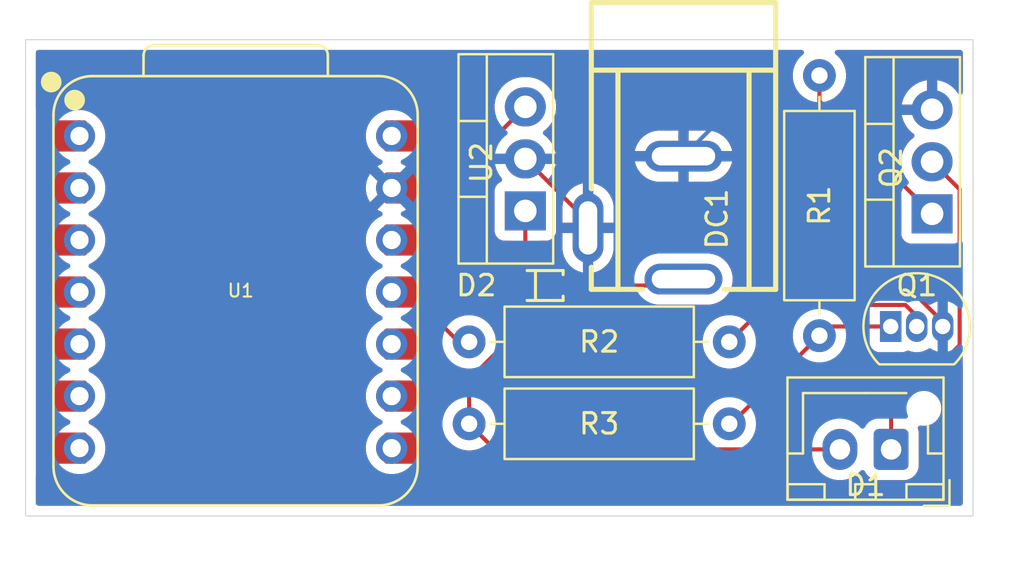
<source format=kicad_pcb>
(kicad_pcb (version 20241229) (generator "pcbnew") (generator_version "9.0")
  (title_block (comment 4 "AISLER Project ID: GMKKCIYM"))
  (layers (0 "F.Cu" signal) (2 "B.Cu" signal) (13 "F.Paste" user) (15 "B.Paste" user) (5 "F.SilkS" user "F.Silkscreen") (7 "B.SilkS" user "B.Silkscreen") (1 "F.Mask" user) (3 "B.Mask" user) (25 "Edge.Cuts" user))
  (net 0 "")
  (net 1 "VCC")
  (net 2 "+5V")
  (net 3 "Net-(Q1-G)")
  (net 4 "GND")
  (net 5 "Net-(D1-K)")
  (net 6 "Net-(U1-GPIO10{slash}D10{slash}MOSI)")
  (net 18 "Net-(D2-A)")
  (net 19 "Net-(Q2-G)")
  (net 20 "Net-(Q1-D)")
  (footprint "Seeed Studio XIAO Series Library:XIAO-ESP32C3-DIP" (layer "F.Cu") (at 84.12 63.8185)
    (property "Reference" "U1" (at 0.13 -0.0685 0) (layer "F.SilkS") (effects (font (size 0.635 0.635) (thickness 0.1016))))
    (property "Value" "XIAO-ESP32-C3-DIP")
    (fp_line (start -9.01 8.509) (end -9.01 -8.636) (stroke (width 0.127)) (layer "F.SilkS"))
    (fp_line (start -7.105 10.414) (end 6.865 10.414) (stroke (width 0.127)) (layer "F.SilkS"))
    (fp_line (start -4.615 -10.541) (end -4.611272 -11.551272) (stroke (width 0.127)) (layer "F.SilkS"))
    (fp_line (start -4.111272 -12.051) (end 3.884 -12.051) (stroke (width 0.127)) (layer "F.SilkS"))
    (fp_line (start 4.384 -11.551) (end 4.384 -10.541) (stroke (width 0.127)) (layer "F.SilkS"))
    (fp_line (start 6.865 -10.541) (end -7.105 -10.541) (stroke (width 0.1)) (layer "F.SilkS"))
    (fp_line (start 6.865 -10.541) (end -7.105 -10.541) (stroke (width 0.127)) (layer "F.SilkS"))
    (fp_line (start 8.77 8.509) (end 8.77 -8.636) (stroke (width 0.127)) (layer "F.SilkS"))
    (fp_arc (start -9.01 -8.636) (mid -8.452038 -9.983038) (end -7.105 -10.541) (stroke (width 0.127)) (layer "F.SilkS"))
    (fp_arc (start -7.105 10.414) (mid -8.452038 9.856038) (end -9.01 8.509) (stroke (width 0.127)) (layer "F.SilkS"))
    (fp_arc (start -4.611272 -11.551272) (mid -4.464728 -11.90464) (end -4.111272 -12.051) (stroke (width 0.127)) (layer "F.SilkS"))
    (fp_arc (start 3.884 -12.051) (mid 4.237553 -11.904553) (end 4.384 -11.551) (stroke (width 0.127)) (layer "F.SilkS"))
    (fp_arc (start 6.865 -10.541) (mid 8.212038 -9.983038) (end 8.77 -8.636) (stroke (width 0.127)) (layer "F.SilkS"))
    (fp_arc (start 8.77 8.509) (mid 8.212038 9.856038) (end 6.865 10.414) (stroke (width 0.127)) (layer "F.SilkS"))
    (fp_circle (center -9.12 -10.25) (end -9.12 -10.504) (stroke (width 0.5)) (fill yes) (layer "F.SilkS"))
    (fp_circle (center -7.977 -9.37) (end -7.977 -9.624) (stroke (width 0.5)) (fill yes) (layer "F.SilkS"))
    (pad "1" smd roundrect (at -8.575 -7.62 180) (size 2.432 1.524) (layers "F.Cu" "F.Mask") (roundrect_rratio 0.1))
    (pad "1" thru_hole circle (at -7.74 -7.62 180) (size 1.524 1.524) (drill 0.889) (layers "*.Cu" "*.Mask"))
    (pad "2" smd roundrect (at -8.575 -5.08 180) (size 2.432 1.524) (layers "F.Cu" "F.Mask") (roundrect_rratio 0.1))
    (pad "2" thru_hole circle (at -7.74 -5.08 180) (size 1.524 1.524) (drill 0.889) (layers "*.Cu" "*.Mask"))
    (pad "3" smd roundrect (at -8.575 -2.54 180) (size 2.432 1.524) (layers "F.Cu" "F.Mask") (roundrect_rratio 0.1))
    (pad "3" thru_hole circle (at -7.74 -2.54 180) (size 1.524 1.524) (drill 0.889) (layers "*.Cu" "*.Mask"))
    (pad "4" smd roundrect (at -8.575 0 180) (size 2.432 1.524) (layers "F.Cu" "F.Mask") (roundrect_rratio 0.1))
    (pad "4" thru_hole circle (at -7.74 0 180) (size 1.524 1.524) (drill 0.889) (layers "*.Cu" "*.Mask"))
    (pad "5" smd roundrect (at -8.575 2.54 180) (size 2.432 1.524) (layers "F.Cu" "F.Mask") (roundrect_rratio 0.1))
    (pad "5" thru_hole circle (at -7.74 2.54 180) (size 1.524 1.524) (drill 0.889) (layers "*.Cu" "*.Mask"))
    (pad "6" smd roundrect (at -8.575 5.08 180) (size 2.432 1.524) (layers "F.Cu" "F.Mask") (roundrect_rratio 0.1))
    (pad "6" thru_hole circle (at -7.74 5.08 180) (size 1.524 1.524) (drill 0.889) (layers "*.Cu" "*.Mask"))
    (pad "7" smd roundrect (at -8.575 7.62 180) (size 2.432 1.524) (layers "F.Cu" "F.Mask") (roundrect_rratio 0.1))
    (pad "7" thru_hole circle (at -7.74 7.62 180) (size 1.524 1.524) (drill 0.889) (layers "*.Cu" "*.Mask"))
    (pad "8" thru_hole circle (at 7.5 7.62) (size 1.524 1.524) (drill 0.889) (layers "*.Cu" "*.Mask"))
    (pad "8" smd roundrect (at 8.335 7.62) (size 2.432 1.524) (layers "F.Cu" "F.Mask") (roundrect_rratio 0.1))
    (pad "9" thru_hole circle (at 7.5 5.08) (size 1.524 1.524) (drill 0.889) (layers "*.Cu" "*.Mask"))
    (pad "9" smd roundrect (at 8.335 5.08) (size 2.432 1.524) (layers "F.Cu" "F.Mask") (roundrect_rratio 0.1))
    (pad "10" thru_hole circle (at 7.5 2.54) (size 1.524 1.524) (drill 0.889) (layers "*.Cu" "*.Mask"))
    (pad "10" smd roundrect (at 8.335 2.54) (size 2.432 1.524) (layers "F.Cu" "F.Mask") (roundrect_rratio 0.1))
    (pad "11" thru_hole circle (at 7.5 0) (size 1.524 1.524) (drill 0.889) (layers "*.Cu" "*.Mask") (net 6 "Net-(U1-GPIO10{slash}D10{slash}MOSI)"))
    (pad "11" smd roundrect (at 8.335 0) (size 2.432 1.524) (layers "F.Cu" "F.Mask") (roundrect_rratio 0.1) (net 6 "Net-(U1-GPIO10{slash}D10{slash}MOSI)"))
    (pad "12" thru_hole circle (at 7.5 -2.54) (size 1.524 1.524) (drill 0.889) (layers "*.Cu" "*.Mask"))
    (pad "12" smd roundrect (at 8.335 -2.54) (size 2.432 1.524) (layers "F.Cu" "F.Mask") (roundrect_rratio 0.1))
    (pad "13" thru_hole circle (at 7.5 -5.08) (size 1.524 1.524) (drill 0.889) (layers "*.Cu" "*.Mask") (net 4 "GND"))
    (pad "13" smd roundrect (at 8.335 -5.08) (size 2.432 1.524) (layers "F.Cu" "F.Mask") (roundrect_rratio 0.1) (net 4 "GND"))
    (pad "14" thru_hole circle (at 7.5 -7.62) (size 1.524 1.524) (drill 0.889) (layers "*.Cu" "*.Mask") (net 2 "+5V"))
    (pad "14" smd roundrect (at 8.335 -7.62) (size 2.432 1.524) (layers "F.Cu" "F.Mask") (roundrect_rratio 0.1) (net 2 "+5V"))
  )
  (footprint "Connector_JST:JST_XH_B2B-XH-AM_1x02_P2.50mm_Vertical" (layer "F.Cu") (at 116 71.5 180)
    (property "Reference" "D1" (at 1.25 -1.75 0) (layer "F.SilkS"))
    (property "Value" "LED_Series")
    (fp_line (start 5.06 3.51) (end 5.06 -2.46) (stroke (width 0.12)) (layer "F.SilkS"))
    (fp_line (start 5.06 -2.46) (end -2.56 -2.46) (stroke (width 0.12)) (layer "F.SilkS"))
    (fp_line (start 5.05 -0.2) (end 4.3 -0.2) (stroke (width 0.12)) (layer "F.SilkS"))
    (fp_line (start 5.05 -1.7) (end 5.05 -2.45) (stroke (width 0.12)) (layer "F.SilkS"))
    (fp_line (start 5.05 -2.45) (end 3.25 -2.45) (stroke (width 0.12)) (layer "F.SilkS"))
    (fp_line (start 4.3 2.75) (end 1.25 2.75) (stroke (width 0.12)) (layer "F.SilkS"))
    (fp_line (start 4.3 -0.2) (end 4.3 2.75) (stroke (width 0.12)) (layer "F.SilkS"))
    (fp_line (start 3.25 -1.7) (end 5.05 -1.7) (stroke (width 0.12)) (layer "F.SilkS"))
    (fp_line (start 3.25 -2.45) (end 3.25 -1.7) (stroke (width 0.12)) (layer "F.SilkS"))
    (fp_line (start 1.75 -1.7) (end 1.75 -2.45) (stroke (width 0.12)) (layer "F.SilkS"))
    (fp_line (start 1.75 -2.45) (end 0.75 -2.45) (stroke (width 0.12)) (layer "F.SilkS"))
    (fp_line (start 1.25 2.75) (end -0.74 2.75) (stroke (width 0.12)) (layer "F.SilkS"))
    (fp_line (start 0.75 -1.7) (end 1.75 -1.7) (stroke (width 0.12)) (layer "F.SilkS"))
    (fp_line (start 0.75 -2.45) (end 0.75 -1.7) (stroke (width 0.12)) (layer "F.SilkS"))
    (fp_line (start -0.75 -1.7) (end -0.75 -2.45) (stroke (width 0.12)) (layer "F.SilkS"))
    (fp_line (start -0.75 -2.45) (end -2.55 -2.45) (stroke (width 0.12)) (layer "F.SilkS"))
    (fp_line (start -1.6 -2.75) (end -2.85 -2.75) (stroke (width 0.12)) (layer "F.SilkS"))
    (fp_line (start -1.8 -0.2) (end -1.8 1.14) (stroke (width 0.12)) (layer "F.SilkS"))
    (fp_line (start -2.55 -0.2) (end -1.8 -0.2) (stroke (width 0.12)) (layer "F.SilkS"))
    (fp_line (start -2.55 -1.7) (end -0.75 -1.7) (stroke (width 0.12)) (layer "F.SilkS"))
    (fp_line (start -2.55 -2.45) (end -2.55 -1.7) (stroke (width 0.12)) (layer "F.SilkS"))
    (fp_line (start -2.56 3.51) (end 5.06 3.51) (stroke (width 0.12)) (layer "F.SilkS"))
    (fp_line (start -2.56 -2.46) (end -2.56 3.51) (stroke (width 0.12)) (layer "F.SilkS"))
    (fp_line (start -2.85 -2.75) (end -2.85 -1.5) (stroke (width 0.12)) (layer "F.SilkS"))
    (pad "" np_thru_hole circle (at -1.6 2 180) (size 1.2 1.2) (drill 1.2) (layers "*.Cu" "*.Mask"))
    (pad "1" thru_hole roundrect (at 0 0 180) (size 1.7 2) (drill 1) (layers "*.Cu" "*.Mask") (roundrect_rratio 0.147059) (net 5 "Net-(D1-K)"))
    (pad "2" thru_hole oval (at 2.5 0 180) (size 1.7 2) (drill 1) (layers "*.Cu" "*.Mask") (net 1 "VCC"))
  )
  (footprint "Package_TO_SOT_THT:TO-92_Inline" (layer "F.Cu") (at 115.98 65.5)
    (property "Reference" "Q1" (at 1.27 -2 0) (layer "F.SilkS"))
    (property "Value" "BS170")
    (fp_line (start -0.53 1.85) (end 3.07 1.85) (stroke (width 0.12)) (layer "F.SilkS"))
    (fp_arc (start -0.568478 1.838478) (mid -1.132087 -0.994977) (end 1.27 -2.6) (stroke (width 0.12)) (layer "F.SilkS"))
    (fp_arc (start 1.27 -2.6) (mid 3.672087 -0.994977) (end 3.108478 1.838478) (stroke (width 0.12)) (layer "F.SilkS"))
    (pad "1" thru_hole rect (at 0 0) (size 1.05 1.5) (drill 0.75) (layers "*.Cu" "*.Mask") (net 20 "Net-(Q1-D)"))
    (pad "2" thru_hole oval (at 1.27 0) (size 1.05 1.5) (drill 0.75) (layers "*.Cu" "*.Mask") (net 3 "Net-(Q1-G)"))
    (pad "3" thru_hole oval (at 2.54 0) (size 1.05 1.5) (drill 0.75) (layers "*.Cu" "*.Mask") (net 4 "GND"))
  )
  (footprint "easyeda2kicad:DC-IN-TH_DC-005-A200" (layer "F.Cu") (at 103.535 60.1875 -90)
    (property "Reference" "DC1" (at 0.0625 -3.965 90) (layer "F.SilkS"))
    (property "Value" "DC-005-A200")
    (fp_line (start -10.5 2.17) (end -10.5 -6.83) (stroke (width 0.25)) (layer "F.SilkS"))
    (fp_line (start -7.2 2.17) (end -7.2 -6.83) (stroke (width 0.25)) (layer "F.SilkS"))
    (fp_line (start -1.41 2.17) (end -10.5 2.17) (stroke (width 0.25)) (layer "F.SilkS"))
    (fp_line (start 3.5 2.17) (end 2.42 2.17) (stroke (width 0.25)) (layer "F.SilkS"))
    (fp_line (start -7.12 0.87) (end 3.5 0.87) (stroke (width 0.25)) (layer "F.SilkS"))
    (fp_line (start 3.5 -0.33) (end 3.5 2.17) (stroke (width 0.25)) (layer "F.SilkS"))
    (fp_line (start -7.12 -5.53) (end 3.5 -5.53) (stroke (width 0.25)) (layer "F.SilkS"))
    (fp_line (start -10.5 -6.83) (end 3.5 -6.83) (stroke (width 0.25)) (layer "F.SilkS"))
    (fp_line (start 3.5 -6.83) (end 3.5 -4.32) (stroke (width 0.25)) (layer "F.SilkS"))
    (pad "1" thru_hole oval (at 3 -2.33 270) (size 1.5 3.8) (drill oval 0.900024 3.100172) (layers "*.Cu" "*.Mask") (net 18 "Net-(D2-A)"))
    (pad "2" thru_hole oval (at -3 -2.33 90) (size 1.5 3.8) (drill oval 0.900024 3.100172) (layers "*.Cu" "*.Mask") (net 4 "GND"))
    (pad "3" thru_hole oval (at 0.5 2.33 180) (size 1.5 3.4) (drill oval 0.900024 2.599792) (layers "*.Cu" "*.Mask") (net 4 "GND"))
  )
  (footprint "Resistor_THT:R_Axial_DIN0309_L9.0mm_D3.2mm_P12.70mm_Horizontal" (layer "F.Cu") (at 112.5 53.25 -90)
    (property "Reference" "R1" (at 6.35 0 90) (layer "F.SilkS"))
    (property "Value" "220")
    (fp_line (start 1.04 0) (end 1.73 0) (stroke (width 0.12)) (layer "F.SilkS"))
    (fp_line (start 11.66 0) (end 10.97 0) (stroke (width 0.12)) (layer "F.SilkS"))
    (fp_rect (start 1.73 -1.72) (end 10.97 1.72) (stroke (width 0.12)) (fill no) (layer "F.SilkS"))
    (pad "1" thru_hole circle (at 0 0 270) (size 1.6 1.6) (drill 0.8) (layers "*.Cu" "*.Mask") (net 19 "Net-(Q2-G)"))
    (pad "2" thru_hole circle (at 12.7 0 270) (size 1.6 1.6) (drill 0.8) (layers "*.Cu" "*.Mask") (net 20 "Net-(Q1-D)"))
  )
  (footprint "Resistor_THT:R_Axial_DIN0309_L9.0mm_D3.2mm_P12.70mm_Horizontal" (layer "F.Cu") (at 108.1 70.25 180)
    (property "Reference" "R3" (at 6.35 0 0) (layer "F.SilkS"))
    (property "Value" "10k")
    (fp_line (start 11.66 0) (end 10.97 0) (stroke (width 0.12)) (layer "F.SilkS"))
    (fp_line (start 1.04 0) (end 1.73 0) (stroke (width 0.12)) (layer "F.SilkS"))
    (fp_rect (start 1.73 -1.72) (end 10.97 1.72) (stroke (width 0.12)) (fill no) (layer "F.SilkS"))
    (pad "1" thru_hole circle (at 0 0 180) (size 1.6 1.6) (drill 0.8) (layers "*.Cu" "*.Mask") (net 20 "Net-(Q1-D)"))
    (pad "2" thru_hole circle (at 12.7 0 180) (size 1.6 1.6) (drill 0.8) (layers "*.Cu" "*.Mask") (net 1 "VCC"))
  )
  (footprint "easyeda2kicad:SOD-323_L1.8-W1.3-LS2.5-RD" (layer "F.Cu") (at 99.08 63.5)
    (property "Reference" "D2" (at -3.33 0 0) (layer "F.SilkS"))
    (property "Value" "NSR0320MW2T1G")
    (fp_line (start -0.85 -0.73) (end 0.91 -0.73) (stroke (width 0.15)) (layer "F.SilkS"))
    (fp_line (start -0.85 0.73) (end 0.91 0.73) (stroke (width 0.15)) (layer "F.SilkS"))
    (fp_line (start -0.44 -0.73) (end -0.44 0.73) (stroke (width 0.15)) (layer "F.SilkS"))
    (fp_line (start 0.91 -0.73) (end 0.91 -0.53) (stroke (width 0.15)) (layer "F.SilkS"))
    (fp_line (start 0.91 0.73) (end 0.91 0.52) (stroke (width 0.15)) (layer "F.SilkS"))
    (pad "1" smd rect (at -1.17 0) (size 1 0.75) (layers "F.Cu" "F.Mask" "F.Paste") (net 1 "VCC"))
    (pad "2" smd rect (at 1.17 0) (size 1 0.75) (layers "F.Cu" "F.Mask" "F.Paste") (net 18 "Net-(D2-A)"))
  )
  (footprint "Package_TO_SOT_THT:TO-220-3_Vertical" (layer "F.Cu") (at 118 60 90)
    (property "Reference" "Q2" (at 2.25 -2 90) (layer "F.SilkS"))
    (property "Value" "IRLZ34N")
    (fp_line (start 7.65 -3.26) (end 7.65 1.36) (stroke (width 0.12)) (layer "F.SilkS"))
    (fp_line (start 4.39 -3.26) (end 4.39 -1.88) (stroke (width 0.12)) (layer "F.SilkS"))
    (fp_line (start 0.69 -3.26) (end 0.69 -1.88) (stroke (width 0.12)) (layer "F.SilkS"))
    (fp_line (start -2.57 -3.26) (end 7.65 -3.26) (stroke (width 0.12)) (layer "F.SilkS"))
    (fp_line (start -2.57 -3.26) (end -2.57 1.36) (stroke (width 0.12)) (layer "F.SilkS"))
    (fp_line (start -2.57 -1.88) (end 7.65 -1.88) (stroke (width 0.12)) (layer "F.SilkS"))
    (fp_line (start -2.57 1.36) (end 7.65 1.36) (stroke (width 0.12)) (layer "F.SilkS"))
    (pad "1" thru_hole rect (at 0 0 90) (size 1.905 2) (drill 1.1) (layers "*.Cu" "*.Mask") (net 19 "Net-(Q2-G)"))
    (pad "2" thru_hole oval (at 2.54 0 90) (size 1.905 2) (drill 1.1) (layers "*.Cu" "*.Mask") (net 5 "Net-(D1-K)"))
    (pad "3" thru_hole oval (at 5.08 0 90) (size 1.905 2) (drill 1.1) (layers "*.Cu" "*.Mask") (net 4 "GND"))
  )
  (footprint "Package_TO_SOT_THT:TO-220-3_Vertical" (layer "F.Cu") (at 98.144 59.859 90)
    (property "Reference" "U2" (at 2.359 -2.144 90) (layer "F.SilkS"))
    (property "Value" "L7805")
    (fp_line (start 7.65 -3.26) (end 7.65 1.36) (stroke (width 0.12)) (layer "F.SilkS"))
    (fp_line (start 4.39 -3.26) (end 4.39 -1.88) (stroke (width 0.12)) (layer "F.SilkS"))
    (fp_line (start 0.69 -3.26) (end 0.69 -1.88) (stroke (width 0.12)) (layer "F.SilkS"))
    (fp_line (start -2.57 -3.26) (end 7.65 -3.26) (stroke (width 0.12)) (layer "F.SilkS"))
    (fp_line (start -2.57 -3.26) (end -2.57 1.36) (stroke (width 0.12)) (layer "F.SilkS"))
    (fp_line (start -2.57 -1.88) (end 7.65 -1.88) (stroke (width 0.12)) (layer "F.SilkS"))
    (fp_line (start -2.57 1.36) (end 7.65 1.36) (stroke (width 0.12)) (layer "F.SilkS"))
    (pad "1" thru_hole rect (at 0 0 90) (size 1.905 2) (drill 1.1) (layers "*.Cu" "*.Mask") (net 1 "VCC"))
    (pad "2" thru_hole oval (at 2.54 0 90) (size 1.905 2) (drill 1.1) (layers "*.Cu" "*.Mask") (net 4 "GND"))
    (pad "3" thru_hole oval (at 5.08 0 90) (size 1.905 2) (drill 1.1) (layers "*.Cu" "*.Mask") (net 2 "+5V"))
  )
  (footprint "Resistor_THT:R_Axial_DIN0309_L9.0mm_D3.2mm_P12.70mm_Horizontal" (layer "F.Cu") (at 108.1 66.25 180)
    (property "Reference" "R2" (at 6.35 0 0) (layer "F.SilkS"))
    (property "Value" "220")
    (fp_line (start 11.66 0) (end 10.97 0) (stroke (width 0.12)) (layer "F.SilkS"))
    (fp_line (start 1.04 0) (end 1.73 0) (stroke (width 0.12)) (layer "F.SilkS"))
    (fp_rect (start 1.73 -1.72) (end 10.97 1.72) (stroke (width 0.12)) (fill no) (layer "F.SilkS"))
    (pad "1" thru_hole circle (at 0 0 180) (size 1.6 1.6) (drill 0.8) (layers "*.Cu" "*.Mask") (net 3 "Net-(Q1-G)"))
    (pad "2" thru_hole circle (at 12.7 0 180) (size 1.6 1.6) (drill 0.8) (layers "*.Cu" "*.Mask") (net 6 "Net-(U1-GPIO10{slash}D10{slash}MOSI)"))
  )
  (gr_rect (start 73.75 51.5) (end 120 74.75) (stroke (width 0.05)) (fill no) (layer "Edge.Cuts"))
  (segment (start 98.144 63.266) (end 97.91 63.5) (width 0.2) (layer "F.Cu") (net 1))
  (segment (start 96.65 71.5) (end 95.4 70.25) (width 0.2) (layer "F.Cu") (net 1))
  (segment (start 113.5 71.5) (end 96.65 71.5) (width 0.2) (layer "F.Cu") (net 1))
  (segment (start 97.91 65.59) (end 95.4 68.1) (width 0.2) (layer "F.Cu") (net 1))
  (segment (start 95.4 68.1) (end 95.4 70.25) (width 0.2) (layer "F.Cu") (net 1))
  (segment (start 98.144 59.859) (end 98.144 63.266) (width 0.2) (layer "F.Cu") (net 1))
  (segment (start 97.91 63.5) (end 97.91 65.59) (width 0.2) (layer "F.Cu") (net 1))
  (segment (start 92.455 56.1985) (end 96.7245 56.1985) (width 0.2) (layer "F.Cu") (net 2))
  (segment (start 96.7245 56.1985) (end 98.144 54.779) (width 0.2) (layer "F.Cu") (net 2))
  (segment (start 108.1 66.25) (end 109.901 64.449) (width 0.2) (layer "F.Cu") (net 3))
  (segment (start 116.699 64.449) (end 117.25 65) (width 0.2) (layer "F.Cu") (net 3))
  (segment (start 117.25 65) (end 117.25 65.5) (width 0.2) (layer "F.Cu") (net 3))
  (segment (start 109.901 64.449) (end 116.699 64.449) (width 0.2) (layer "F.Cu") (net 3))
  (segment (start 101.205 60.38) (end 101.205 60.6875) (width 0.2) (layer "F.Cu") (net 4))
  (segment (start 118.52 65.275) (end 116.699 63.454) (width 0.2) (layer "F.Cu") (net 4))
  (segment (start 98.144 57.319) (end 101.205 60.38) (width 0.2) (layer "F.Cu") (net 4))
  (segment (start 98.144 57.319) (end 93.8745 57.319) (width 0.2) (layer "F.Cu") (net 4))
  (segment (start 105.7335 57.319) (end 105.865 57.1875) (width 0.2) (layer "F.Cu") (net 4))
  (segment (start 98.144 57.319) (end 105.7335 57.319) (width 0.2) (layer "F.Cu") (net 4))
  (segment (start 118.52 65.5) (end 118.52 65.275) (width 0.2) (layer "F.Cu") (net 4))
  (segment (start 93.8745 57.319) (end 92.455 58.7385) (width 0.2) (layer "F.Cu") (net 4))
  (segment (start 108.1325 54.92) (end 105.865 57.1875) (width 0.2) (layer "B.Cu") (net 4))
  (segment (start 118 54.92) (end 108.1325 54.92) (width 0.2) (layer "B.Cu") (net 4))
  (segment (start 116 69.755083) (end 116 71.5) (width 0.2) (layer "F.Cu") (net 5))
  (segment (start 119.346 66.409083) (end 116 69.755083) (width 0.2) (layer "F.Cu") (net 5))
  (segment (start 118 57.46) (end 119.346 58.806) (width 0.2) (layer "F.Cu") (net 5))
  (segment (start 119.346 58.806) (end 119.346 66.409083) (width 0.2) (layer "F.Cu") (net 5))
  (segment (start 94.8865 66.25) (end 95.4 66.25) (width 0.2) (layer "F.Cu") (net 6))
  (segment (start 92.455 63.8185) (end 94.8865 66.25) (width 0.2) (layer "F.Cu") (net 6))
  (segment (start 100.25 63.5) (end 105.5525 63.5) (width 0.2) (layer "F.Cu") (net 18))
  (segment (start 105.5525 63.5) (end 105.865 63.1875) (width 0.2) (layer "F.Cu") (net 18))
  (segment (start 112.5 54.5) (end 112.5 53.25) (width 0.2) (layer "F.Cu") (net 19))
  (segment (start 118 60) (end 112.5 54.5) (width 0.2) (layer "F.Cu") (net 19))
  (segment (start 112.5 65.95) (end 108.2 70.25) (width 0.2) (layer "F.Cu") (net 20))
  (segment (start 115.98 65.5) (end 112.95 65.5) (width 0.2) (layer "F.Cu") (net 20))
  (segment (start 108.2 70.25) (end 108.1 70.25) (width 0.2) (layer "F.Cu") (net 20))
  (segment (start 108.1 70.25) (end 108.75 70.25) (width 0.2) (layer "F.Cu") (net 20))
  (segment (start 112.95 65.5) (end 112.5 65.95) (width 0.2) (layer "F.Cu") (net 20))
  (zone (net 4) (net_name "GND") (layers "F.Cu" "B.Cu") (connect_pads (clearance 0.5)) (min_thickness 0.25) (fill yes (thermal_gap 0.5) (thermal_bridge_width 0.5))
    (polygon (pts (xy 72.5 50.25) (xy 121 50) (xy 122.5 77.5) (xy 72.75 76.5)))
  )
)
</source>
